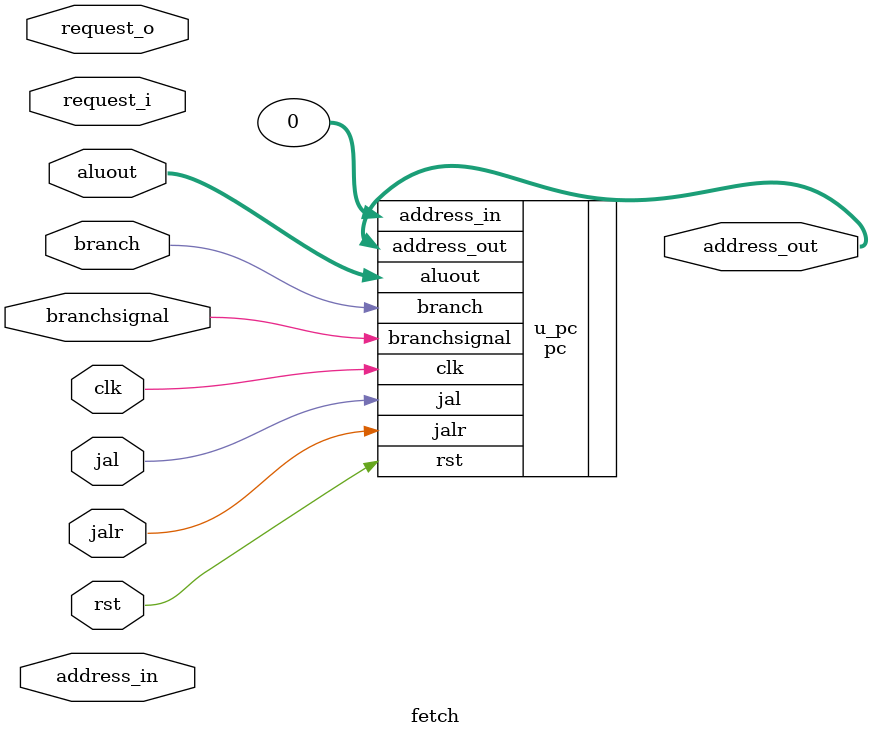
<source format=v>
`include "pc.v"

module fetch (
    input wire clk,
    input wire rst,

    //for 
    input wire request_i,
    input wire request_o,
    
    input wire [31:0] address_in,
    input wire branch ,
    input wire jal,
    input wire jalr,
    input wire [31:0] aluout,
  
    input wire branchsignal,
    output wire [31:0]address_out
);
    
pc u_pc(
    .clk(clk),
    .rst(rst),
    
.branch(branch),
.jal(jal),
.jalr(jalr),
.address_in(0),
.branchsignal(branchsignal),
.aluout(aluout),

.address_out(address_out)

);
endmodule
</source>
